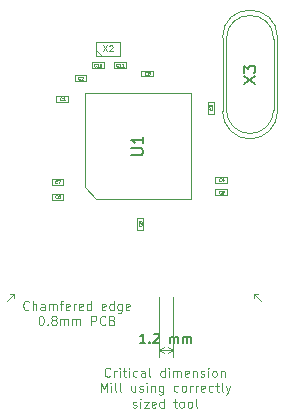
<source format=gbr>
%TF.GenerationSoftware,KiCad,Pcbnew,8.0.8*%
%TF.CreationDate,2025-02-15T11:44:30-05:00*%
%TF.ProjectId,caravel-M.2-card-QFN,63617261-7665-46c2-9d4d-2e322d636172,1*%
%TF.SameCoordinates,Original*%
%TF.FileFunction,AssemblyDrawing,Top*%
%FSLAX46Y46*%
G04 Gerber Fmt 4.6, Leading zero omitted, Abs format (unit mm)*
G04 Created by KiCad (PCBNEW 8.0.8) date 2025-02-15 11:44:30*
%MOMM*%
%LPD*%
G01*
G04 APERTURE LIST*
%ADD10C,0.040000*%
%ADD11C,0.150000*%
%ADD12C,0.076200*%
%ADD13C,0.075000*%
%ADD14C,0.100000*%
%ADD15C,0.101600*%
%ADD16C,0.050000*%
G04 APERTURE END LIST*
D10*
X74497062Y-24142814D02*
X74485158Y-24154719D01*
X74485158Y-24154719D02*
X74449443Y-24166623D01*
X74449443Y-24166623D02*
X74425634Y-24166623D01*
X74425634Y-24166623D02*
X74389920Y-24154719D01*
X74389920Y-24154719D02*
X74366110Y-24130909D01*
X74366110Y-24130909D02*
X74354205Y-24107099D01*
X74354205Y-24107099D02*
X74342301Y-24059480D01*
X74342301Y-24059480D02*
X74342301Y-24023766D01*
X74342301Y-24023766D02*
X74354205Y-23976147D01*
X74354205Y-23976147D02*
X74366110Y-23952338D01*
X74366110Y-23952338D02*
X74389920Y-23928528D01*
X74389920Y-23928528D02*
X74425634Y-23916623D01*
X74425634Y-23916623D02*
X74449443Y-23916623D01*
X74449443Y-23916623D02*
X74485158Y-23928528D01*
X74485158Y-23928528D02*
X74497062Y-23940433D01*
X74639920Y-24023766D02*
X74616110Y-24011861D01*
X74616110Y-24011861D02*
X74604205Y-23999957D01*
X74604205Y-23999957D02*
X74592301Y-23976147D01*
X74592301Y-23976147D02*
X74592301Y-23964242D01*
X74592301Y-23964242D02*
X74604205Y-23940433D01*
X74604205Y-23940433D02*
X74616110Y-23928528D01*
X74616110Y-23928528D02*
X74639920Y-23916623D01*
X74639920Y-23916623D02*
X74687539Y-23916623D01*
X74687539Y-23916623D02*
X74711348Y-23928528D01*
X74711348Y-23928528D02*
X74723253Y-23940433D01*
X74723253Y-23940433D02*
X74735158Y-23964242D01*
X74735158Y-23964242D02*
X74735158Y-23976147D01*
X74735158Y-23976147D02*
X74723253Y-23999957D01*
X74723253Y-23999957D02*
X74711348Y-24011861D01*
X74711348Y-24011861D02*
X74687539Y-24023766D01*
X74687539Y-24023766D02*
X74639920Y-24023766D01*
X74639920Y-24023766D02*
X74616110Y-24035671D01*
X74616110Y-24035671D02*
X74604205Y-24047576D01*
X74604205Y-24047576D02*
X74592301Y-24071385D01*
X74592301Y-24071385D02*
X74592301Y-24119004D01*
X74592301Y-24119004D02*
X74604205Y-24142814D01*
X74604205Y-24142814D02*
X74616110Y-24154719D01*
X74616110Y-24154719D02*
X74639920Y-24166623D01*
X74639920Y-24166623D02*
X74687539Y-24166623D01*
X74687539Y-24166623D02*
X74711348Y-24154719D01*
X74711348Y-24154719D02*
X74723253Y-24142814D01*
X74723253Y-24142814D02*
X74735158Y-24119004D01*
X74735158Y-24119004D02*
X74735158Y-24071385D01*
X74735158Y-24071385D02*
X74723253Y-24047576D01*
X74723253Y-24047576D02*
X74711348Y-24035671D01*
X74711348Y-24035671D02*
X74687539Y-24023766D01*
X80767062Y-34202814D02*
X80755158Y-34214719D01*
X80755158Y-34214719D02*
X80719443Y-34226623D01*
X80719443Y-34226623D02*
X80695634Y-34226623D01*
X80695634Y-34226623D02*
X80659920Y-34214719D01*
X80659920Y-34214719D02*
X80636110Y-34190909D01*
X80636110Y-34190909D02*
X80624205Y-34167099D01*
X80624205Y-34167099D02*
X80612301Y-34119480D01*
X80612301Y-34119480D02*
X80612301Y-34083766D01*
X80612301Y-34083766D02*
X80624205Y-34036147D01*
X80624205Y-34036147D02*
X80636110Y-34012338D01*
X80636110Y-34012338D02*
X80659920Y-33988528D01*
X80659920Y-33988528D02*
X80695634Y-33976623D01*
X80695634Y-33976623D02*
X80719443Y-33976623D01*
X80719443Y-33976623D02*
X80755158Y-33988528D01*
X80755158Y-33988528D02*
X80767062Y-34000433D01*
X80886110Y-34226623D02*
X80933729Y-34226623D01*
X80933729Y-34226623D02*
X80957539Y-34214719D01*
X80957539Y-34214719D02*
X80969443Y-34202814D01*
X80969443Y-34202814D02*
X80993253Y-34167099D01*
X80993253Y-34167099D02*
X81005158Y-34119480D01*
X81005158Y-34119480D02*
X81005158Y-34024242D01*
X81005158Y-34024242D02*
X80993253Y-34000433D01*
X80993253Y-34000433D02*
X80981348Y-33988528D01*
X80981348Y-33988528D02*
X80957539Y-33976623D01*
X80957539Y-33976623D02*
X80909920Y-33976623D01*
X80909920Y-33976623D02*
X80886110Y-33988528D01*
X80886110Y-33988528D02*
X80874205Y-34000433D01*
X80874205Y-34000433D02*
X80862301Y-34024242D01*
X80862301Y-34024242D02*
X80862301Y-34083766D01*
X80862301Y-34083766D02*
X80874205Y-34107576D01*
X80874205Y-34107576D02*
X80886110Y-34119480D01*
X80886110Y-34119480D02*
X80909920Y-34131385D01*
X80909920Y-34131385D02*
X80957539Y-34131385D01*
X80957539Y-34131385D02*
X80981348Y-34119480D01*
X80981348Y-34119480D02*
X80993253Y-34107576D01*
X80993253Y-34107576D02*
X81005158Y-34083766D01*
X66907062Y-34572814D02*
X66895158Y-34584719D01*
X66895158Y-34584719D02*
X66859443Y-34596623D01*
X66859443Y-34596623D02*
X66835634Y-34596623D01*
X66835634Y-34596623D02*
X66799920Y-34584719D01*
X66799920Y-34584719D02*
X66776110Y-34560909D01*
X66776110Y-34560909D02*
X66764205Y-34537099D01*
X66764205Y-34537099D02*
X66752301Y-34489480D01*
X66752301Y-34489480D02*
X66752301Y-34453766D01*
X66752301Y-34453766D02*
X66764205Y-34406147D01*
X66764205Y-34406147D02*
X66776110Y-34382338D01*
X66776110Y-34382338D02*
X66799920Y-34358528D01*
X66799920Y-34358528D02*
X66835634Y-34346623D01*
X66835634Y-34346623D02*
X66859443Y-34346623D01*
X66859443Y-34346623D02*
X66895158Y-34358528D01*
X66895158Y-34358528D02*
X66907062Y-34370433D01*
X67121348Y-34346623D02*
X67073729Y-34346623D01*
X67073729Y-34346623D02*
X67049920Y-34358528D01*
X67049920Y-34358528D02*
X67038015Y-34370433D01*
X67038015Y-34370433D02*
X67014205Y-34406147D01*
X67014205Y-34406147D02*
X67002301Y-34453766D01*
X67002301Y-34453766D02*
X67002301Y-34549004D01*
X67002301Y-34549004D02*
X67014205Y-34572814D01*
X67014205Y-34572814D02*
X67026110Y-34584719D01*
X67026110Y-34584719D02*
X67049920Y-34596623D01*
X67049920Y-34596623D02*
X67097539Y-34596623D01*
X67097539Y-34596623D02*
X67121348Y-34584719D01*
X67121348Y-34584719D02*
X67133253Y-34572814D01*
X67133253Y-34572814D02*
X67145158Y-34549004D01*
X67145158Y-34549004D02*
X67145158Y-34489480D01*
X67145158Y-34489480D02*
X67133253Y-34465671D01*
X67133253Y-34465671D02*
X67121348Y-34453766D01*
X67121348Y-34453766D02*
X67097539Y-34441861D01*
X67097539Y-34441861D02*
X67049920Y-34441861D01*
X67049920Y-34441861D02*
X67026110Y-34453766D01*
X67026110Y-34453766D02*
X67014205Y-34465671D01*
X67014205Y-34465671D02*
X67002301Y-34489480D01*
X67297062Y-26312814D02*
X67285158Y-26324719D01*
X67285158Y-26324719D02*
X67249443Y-26336623D01*
X67249443Y-26336623D02*
X67225634Y-26336623D01*
X67225634Y-26336623D02*
X67189920Y-26324719D01*
X67189920Y-26324719D02*
X67166110Y-26300909D01*
X67166110Y-26300909D02*
X67154205Y-26277099D01*
X67154205Y-26277099D02*
X67142301Y-26229480D01*
X67142301Y-26229480D02*
X67142301Y-26193766D01*
X67142301Y-26193766D02*
X67154205Y-26146147D01*
X67154205Y-26146147D02*
X67166110Y-26122338D01*
X67166110Y-26122338D02*
X67189920Y-26098528D01*
X67189920Y-26098528D02*
X67225634Y-26086623D01*
X67225634Y-26086623D02*
X67249443Y-26086623D01*
X67249443Y-26086623D02*
X67285158Y-26098528D01*
X67285158Y-26098528D02*
X67297062Y-26110433D01*
X67535158Y-26336623D02*
X67392301Y-26336623D01*
X67463729Y-26336623D02*
X67463729Y-26086623D01*
X67463729Y-26086623D02*
X67439920Y-26122338D01*
X67439920Y-26122338D02*
X67416110Y-26146147D01*
X67416110Y-26146147D02*
X67392301Y-26158052D01*
X68853462Y-24542814D02*
X68841558Y-24554719D01*
X68841558Y-24554719D02*
X68805843Y-24566623D01*
X68805843Y-24566623D02*
X68782034Y-24566623D01*
X68782034Y-24566623D02*
X68746320Y-24554719D01*
X68746320Y-24554719D02*
X68722510Y-24530909D01*
X68722510Y-24530909D02*
X68710605Y-24507099D01*
X68710605Y-24507099D02*
X68698701Y-24459480D01*
X68698701Y-24459480D02*
X68698701Y-24423766D01*
X68698701Y-24423766D02*
X68710605Y-24376147D01*
X68710605Y-24376147D02*
X68722510Y-24352338D01*
X68722510Y-24352338D02*
X68746320Y-24328528D01*
X68746320Y-24328528D02*
X68782034Y-24316623D01*
X68782034Y-24316623D02*
X68805843Y-24316623D01*
X68805843Y-24316623D02*
X68841558Y-24328528D01*
X68841558Y-24328528D02*
X68853462Y-24340433D01*
X68948701Y-24340433D02*
X68960605Y-24328528D01*
X68960605Y-24328528D02*
X68984415Y-24316623D01*
X68984415Y-24316623D02*
X69043939Y-24316623D01*
X69043939Y-24316623D02*
X69067748Y-24328528D01*
X69067748Y-24328528D02*
X69079653Y-24340433D01*
X69079653Y-24340433D02*
X69091558Y-24364242D01*
X69091558Y-24364242D02*
X69091558Y-24388052D01*
X69091558Y-24388052D02*
X69079653Y-24423766D01*
X69079653Y-24423766D02*
X68936796Y-24566623D01*
X68936796Y-24566623D02*
X69091558Y-24566623D01*
X72078014Y-23442814D02*
X72066110Y-23454719D01*
X72066110Y-23454719D02*
X72030395Y-23466623D01*
X72030395Y-23466623D02*
X72006586Y-23466623D01*
X72006586Y-23466623D02*
X71970872Y-23454719D01*
X71970872Y-23454719D02*
X71947062Y-23430909D01*
X71947062Y-23430909D02*
X71935157Y-23407099D01*
X71935157Y-23407099D02*
X71923253Y-23359480D01*
X71923253Y-23359480D02*
X71923253Y-23323766D01*
X71923253Y-23323766D02*
X71935157Y-23276147D01*
X71935157Y-23276147D02*
X71947062Y-23252338D01*
X71947062Y-23252338D02*
X71970872Y-23228528D01*
X71970872Y-23228528D02*
X72006586Y-23216623D01*
X72006586Y-23216623D02*
X72030395Y-23216623D01*
X72030395Y-23216623D02*
X72066110Y-23228528D01*
X72066110Y-23228528D02*
X72078014Y-23240433D01*
X72316110Y-23466623D02*
X72173253Y-23466623D01*
X72244681Y-23466623D02*
X72244681Y-23216623D01*
X72244681Y-23216623D02*
X72220872Y-23252338D01*
X72220872Y-23252338D02*
X72197062Y-23276147D01*
X72197062Y-23276147D02*
X72173253Y-23288052D01*
X72554205Y-23466623D02*
X72411348Y-23466623D01*
X72482776Y-23466623D02*
X72482776Y-23216623D01*
X72482776Y-23216623D02*
X72458967Y-23252338D01*
X72458967Y-23252338D02*
X72435157Y-23276147D01*
X72435157Y-23276147D02*
X72411348Y-23288052D01*
X66907062Y-33322814D02*
X66895158Y-33334719D01*
X66895158Y-33334719D02*
X66859443Y-33346623D01*
X66859443Y-33346623D02*
X66835634Y-33346623D01*
X66835634Y-33346623D02*
X66799920Y-33334719D01*
X66799920Y-33334719D02*
X66776110Y-33310909D01*
X66776110Y-33310909D02*
X66764205Y-33287099D01*
X66764205Y-33287099D02*
X66752301Y-33239480D01*
X66752301Y-33239480D02*
X66752301Y-33203766D01*
X66752301Y-33203766D02*
X66764205Y-33156147D01*
X66764205Y-33156147D02*
X66776110Y-33132338D01*
X66776110Y-33132338D02*
X66799920Y-33108528D01*
X66799920Y-33108528D02*
X66835634Y-33096623D01*
X66835634Y-33096623D02*
X66859443Y-33096623D01*
X66859443Y-33096623D02*
X66895158Y-33108528D01*
X66895158Y-33108528D02*
X66907062Y-33120433D01*
X66990396Y-33096623D02*
X67157062Y-33096623D01*
X67157062Y-33096623D02*
X67049920Y-33346623D01*
X80028494Y-26994715D02*
X80040399Y-27006619D01*
X80040399Y-27006619D02*
X80052303Y-27042334D01*
X80052303Y-27042334D02*
X80052303Y-27066143D01*
X80052303Y-27066143D02*
X80040399Y-27101857D01*
X80040399Y-27101857D02*
X80016589Y-27125667D01*
X80016589Y-27125667D02*
X79992779Y-27137572D01*
X79992779Y-27137572D02*
X79945160Y-27149476D01*
X79945160Y-27149476D02*
X79909446Y-27149476D01*
X79909446Y-27149476D02*
X79861827Y-27137572D01*
X79861827Y-27137572D02*
X79838018Y-27125667D01*
X79838018Y-27125667D02*
X79814208Y-27101857D01*
X79814208Y-27101857D02*
X79802303Y-27066143D01*
X79802303Y-27066143D02*
X79802303Y-27042334D01*
X79802303Y-27042334D02*
X79814208Y-27006619D01*
X79814208Y-27006619D02*
X79826113Y-26994715D01*
X79802303Y-26911381D02*
X79802303Y-26756619D01*
X79802303Y-26756619D02*
X79897541Y-26839953D01*
X79897541Y-26839953D02*
X79897541Y-26804238D01*
X79897541Y-26804238D02*
X79909446Y-26780429D01*
X79909446Y-26780429D02*
X79921351Y-26768524D01*
X79921351Y-26768524D02*
X79945160Y-26756619D01*
X79945160Y-26756619D02*
X80004684Y-26756619D01*
X80004684Y-26756619D02*
X80028494Y-26768524D01*
X80028494Y-26768524D02*
X80040399Y-26780429D01*
X80040399Y-26780429D02*
X80052303Y-26804238D01*
X80052303Y-26804238D02*
X80052303Y-26875667D01*
X80052303Y-26875667D02*
X80040399Y-26899476D01*
X80040399Y-26899476D02*
X80028494Y-26911381D01*
D11*
X73183548Y-30964953D02*
X73993071Y-30964953D01*
X73993071Y-30964953D02*
X74088309Y-30917334D01*
X74088309Y-30917334D02*
X74135929Y-30869715D01*
X74135929Y-30869715D02*
X74183548Y-30774477D01*
X74183548Y-30774477D02*
X74183548Y-30584001D01*
X74183548Y-30584001D02*
X74135929Y-30488763D01*
X74135929Y-30488763D02*
X74088309Y-30441144D01*
X74088309Y-30441144D02*
X73993071Y-30393525D01*
X73993071Y-30393525D02*
X73183548Y-30393525D01*
X74183548Y-29393525D02*
X74183548Y-29964953D01*
X74183548Y-29679239D02*
X73183548Y-29679239D01*
X73183548Y-29679239D02*
X73326405Y-29774477D01*
X73326405Y-29774477D02*
X73421643Y-29869715D01*
X73421643Y-29869715D02*
X73469262Y-29964953D01*
D10*
X74048494Y-36804715D02*
X74060399Y-36816619D01*
X74060399Y-36816619D02*
X74072303Y-36852334D01*
X74072303Y-36852334D02*
X74072303Y-36876143D01*
X74072303Y-36876143D02*
X74060399Y-36911857D01*
X74060399Y-36911857D02*
X74036589Y-36935667D01*
X74036589Y-36935667D02*
X74012779Y-36947572D01*
X74012779Y-36947572D02*
X73965160Y-36959476D01*
X73965160Y-36959476D02*
X73929446Y-36959476D01*
X73929446Y-36959476D02*
X73881827Y-36947572D01*
X73881827Y-36947572D02*
X73858018Y-36935667D01*
X73858018Y-36935667D02*
X73834208Y-36911857D01*
X73834208Y-36911857D02*
X73822303Y-36876143D01*
X73822303Y-36876143D02*
X73822303Y-36852334D01*
X73822303Y-36852334D02*
X73834208Y-36816619D01*
X73834208Y-36816619D02*
X73846113Y-36804715D01*
X73822303Y-36578524D02*
X73822303Y-36697572D01*
X73822303Y-36697572D02*
X73941351Y-36709476D01*
X73941351Y-36709476D02*
X73929446Y-36697572D01*
X73929446Y-36697572D02*
X73917541Y-36673762D01*
X73917541Y-36673762D02*
X73917541Y-36614238D01*
X73917541Y-36614238D02*
X73929446Y-36590429D01*
X73929446Y-36590429D02*
X73941351Y-36578524D01*
X73941351Y-36578524D02*
X73965160Y-36566619D01*
X73965160Y-36566619D02*
X74024684Y-36566619D01*
X74024684Y-36566619D02*
X74048494Y-36578524D01*
X74048494Y-36578524D02*
X74060399Y-36590429D01*
X74060399Y-36590429D02*
X74072303Y-36614238D01*
X74072303Y-36614238D02*
X74072303Y-36673762D01*
X74072303Y-36673762D02*
X74060399Y-36697572D01*
X74060399Y-36697572D02*
X74048494Y-36709476D01*
D12*
X64504142Y-44005981D02*
X64467856Y-44042267D01*
X64467856Y-44042267D02*
X64358999Y-44078552D01*
X64358999Y-44078552D02*
X64286427Y-44078552D01*
X64286427Y-44078552D02*
X64177570Y-44042267D01*
X64177570Y-44042267D02*
X64104999Y-43969695D01*
X64104999Y-43969695D02*
X64068713Y-43897124D01*
X64068713Y-43897124D02*
X64032427Y-43751981D01*
X64032427Y-43751981D02*
X64032427Y-43643124D01*
X64032427Y-43643124D02*
X64068713Y-43497981D01*
X64068713Y-43497981D02*
X64104999Y-43425409D01*
X64104999Y-43425409D02*
X64177570Y-43352838D01*
X64177570Y-43352838D02*
X64286427Y-43316552D01*
X64286427Y-43316552D02*
X64358999Y-43316552D01*
X64358999Y-43316552D02*
X64467856Y-43352838D01*
X64467856Y-43352838D02*
X64504142Y-43389124D01*
X64830713Y-44078552D02*
X64830713Y-43316552D01*
X65157285Y-44078552D02*
X65157285Y-43679409D01*
X65157285Y-43679409D02*
X65120999Y-43606838D01*
X65120999Y-43606838D02*
X65048427Y-43570552D01*
X65048427Y-43570552D02*
X64939570Y-43570552D01*
X64939570Y-43570552D02*
X64866999Y-43606838D01*
X64866999Y-43606838D02*
X64830713Y-43643124D01*
X65846714Y-44078552D02*
X65846714Y-43679409D01*
X65846714Y-43679409D02*
X65810428Y-43606838D01*
X65810428Y-43606838D02*
X65737856Y-43570552D01*
X65737856Y-43570552D02*
X65592714Y-43570552D01*
X65592714Y-43570552D02*
X65520142Y-43606838D01*
X65846714Y-44042267D02*
X65774142Y-44078552D01*
X65774142Y-44078552D02*
X65592714Y-44078552D01*
X65592714Y-44078552D02*
X65520142Y-44042267D01*
X65520142Y-44042267D02*
X65483856Y-43969695D01*
X65483856Y-43969695D02*
X65483856Y-43897124D01*
X65483856Y-43897124D02*
X65520142Y-43824552D01*
X65520142Y-43824552D02*
X65592714Y-43788267D01*
X65592714Y-43788267D02*
X65774142Y-43788267D01*
X65774142Y-43788267D02*
X65846714Y-43751981D01*
X66209571Y-44078552D02*
X66209571Y-43570552D01*
X66209571Y-43643124D02*
X66245857Y-43606838D01*
X66245857Y-43606838D02*
X66318428Y-43570552D01*
X66318428Y-43570552D02*
X66427285Y-43570552D01*
X66427285Y-43570552D02*
X66499857Y-43606838D01*
X66499857Y-43606838D02*
X66536143Y-43679409D01*
X66536143Y-43679409D02*
X66536143Y-44078552D01*
X66536143Y-43679409D02*
X66572428Y-43606838D01*
X66572428Y-43606838D02*
X66645000Y-43570552D01*
X66645000Y-43570552D02*
X66753857Y-43570552D01*
X66753857Y-43570552D02*
X66826428Y-43606838D01*
X66826428Y-43606838D02*
X66862714Y-43679409D01*
X66862714Y-43679409D02*
X66862714Y-44078552D01*
X67116714Y-43570552D02*
X67407000Y-43570552D01*
X67225571Y-44078552D02*
X67225571Y-43425409D01*
X67225571Y-43425409D02*
X67261857Y-43352838D01*
X67261857Y-43352838D02*
X67334428Y-43316552D01*
X67334428Y-43316552D02*
X67407000Y-43316552D01*
X67951286Y-44042267D02*
X67878714Y-44078552D01*
X67878714Y-44078552D02*
X67733572Y-44078552D01*
X67733572Y-44078552D02*
X67661000Y-44042267D01*
X67661000Y-44042267D02*
X67624714Y-43969695D01*
X67624714Y-43969695D02*
X67624714Y-43679409D01*
X67624714Y-43679409D02*
X67661000Y-43606838D01*
X67661000Y-43606838D02*
X67733572Y-43570552D01*
X67733572Y-43570552D02*
X67878714Y-43570552D01*
X67878714Y-43570552D02*
X67951286Y-43606838D01*
X67951286Y-43606838D02*
X67987572Y-43679409D01*
X67987572Y-43679409D02*
X67987572Y-43751981D01*
X67987572Y-43751981D02*
X67624714Y-43824552D01*
X68314143Y-44078552D02*
X68314143Y-43570552D01*
X68314143Y-43715695D02*
X68350429Y-43643124D01*
X68350429Y-43643124D02*
X68386715Y-43606838D01*
X68386715Y-43606838D02*
X68459286Y-43570552D01*
X68459286Y-43570552D02*
X68531857Y-43570552D01*
X69076143Y-44042267D02*
X69003571Y-44078552D01*
X69003571Y-44078552D02*
X68858429Y-44078552D01*
X68858429Y-44078552D02*
X68785857Y-44042267D01*
X68785857Y-44042267D02*
X68749571Y-43969695D01*
X68749571Y-43969695D02*
X68749571Y-43679409D01*
X68749571Y-43679409D02*
X68785857Y-43606838D01*
X68785857Y-43606838D02*
X68858429Y-43570552D01*
X68858429Y-43570552D02*
X69003571Y-43570552D01*
X69003571Y-43570552D02*
X69076143Y-43606838D01*
X69076143Y-43606838D02*
X69112429Y-43679409D01*
X69112429Y-43679409D02*
X69112429Y-43751981D01*
X69112429Y-43751981D02*
X68749571Y-43824552D01*
X69765572Y-44078552D02*
X69765572Y-43316552D01*
X69765572Y-44042267D02*
X69693000Y-44078552D01*
X69693000Y-44078552D02*
X69547857Y-44078552D01*
X69547857Y-44078552D02*
X69475286Y-44042267D01*
X69475286Y-44042267D02*
X69439000Y-44005981D01*
X69439000Y-44005981D02*
X69402714Y-43933409D01*
X69402714Y-43933409D02*
X69402714Y-43715695D01*
X69402714Y-43715695D02*
X69439000Y-43643124D01*
X69439000Y-43643124D02*
X69475286Y-43606838D01*
X69475286Y-43606838D02*
X69547857Y-43570552D01*
X69547857Y-43570552D02*
X69693000Y-43570552D01*
X69693000Y-43570552D02*
X69765572Y-43606838D01*
X70999286Y-44042267D02*
X70926714Y-44078552D01*
X70926714Y-44078552D02*
X70781572Y-44078552D01*
X70781572Y-44078552D02*
X70709000Y-44042267D01*
X70709000Y-44042267D02*
X70672714Y-43969695D01*
X70672714Y-43969695D02*
X70672714Y-43679409D01*
X70672714Y-43679409D02*
X70709000Y-43606838D01*
X70709000Y-43606838D02*
X70781572Y-43570552D01*
X70781572Y-43570552D02*
X70926714Y-43570552D01*
X70926714Y-43570552D02*
X70999286Y-43606838D01*
X70999286Y-43606838D02*
X71035572Y-43679409D01*
X71035572Y-43679409D02*
X71035572Y-43751981D01*
X71035572Y-43751981D02*
X70672714Y-43824552D01*
X71688715Y-44078552D02*
X71688715Y-43316552D01*
X71688715Y-44042267D02*
X71616143Y-44078552D01*
X71616143Y-44078552D02*
X71471000Y-44078552D01*
X71471000Y-44078552D02*
X71398429Y-44042267D01*
X71398429Y-44042267D02*
X71362143Y-44005981D01*
X71362143Y-44005981D02*
X71325857Y-43933409D01*
X71325857Y-43933409D02*
X71325857Y-43715695D01*
X71325857Y-43715695D02*
X71362143Y-43643124D01*
X71362143Y-43643124D02*
X71398429Y-43606838D01*
X71398429Y-43606838D02*
X71471000Y-43570552D01*
X71471000Y-43570552D02*
X71616143Y-43570552D01*
X71616143Y-43570552D02*
X71688715Y-43606838D01*
X72378144Y-43570552D02*
X72378144Y-44187409D01*
X72378144Y-44187409D02*
X72341858Y-44259981D01*
X72341858Y-44259981D02*
X72305572Y-44296267D01*
X72305572Y-44296267D02*
X72233001Y-44332552D01*
X72233001Y-44332552D02*
X72124144Y-44332552D01*
X72124144Y-44332552D02*
X72051572Y-44296267D01*
X72378144Y-44042267D02*
X72305572Y-44078552D01*
X72305572Y-44078552D02*
X72160429Y-44078552D01*
X72160429Y-44078552D02*
X72087858Y-44042267D01*
X72087858Y-44042267D02*
X72051572Y-44005981D01*
X72051572Y-44005981D02*
X72015286Y-43933409D01*
X72015286Y-43933409D02*
X72015286Y-43715695D01*
X72015286Y-43715695D02*
X72051572Y-43643124D01*
X72051572Y-43643124D02*
X72087858Y-43606838D01*
X72087858Y-43606838D02*
X72160429Y-43570552D01*
X72160429Y-43570552D02*
X72305572Y-43570552D01*
X72305572Y-43570552D02*
X72378144Y-43606838D01*
X73031287Y-44042267D02*
X72958715Y-44078552D01*
X72958715Y-44078552D02*
X72813573Y-44078552D01*
X72813573Y-44078552D02*
X72741001Y-44042267D01*
X72741001Y-44042267D02*
X72704715Y-43969695D01*
X72704715Y-43969695D02*
X72704715Y-43679409D01*
X72704715Y-43679409D02*
X72741001Y-43606838D01*
X72741001Y-43606838D02*
X72813573Y-43570552D01*
X72813573Y-43570552D02*
X72958715Y-43570552D01*
X72958715Y-43570552D02*
X73031287Y-43606838D01*
X73031287Y-43606838D02*
X73067573Y-43679409D01*
X73067573Y-43679409D02*
X73067573Y-43751981D01*
X73067573Y-43751981D02*
X72704715Y-43824552D01*
X73308310Y-52303927D02*
X73380882Y-52340212D01*
X73380882Y-52340212D02*
X73526025Y-52340212D01*
X73526025Y-52340212D02*
X73598596Y-52303927D01*
X73598596Y-52303927D02*
X73634882Y-52231355D01*
X73634882Y-52231355D02*
X73634882Y-52195069D01*
X73634882Y-52195069D02*
X73598596Y-52122498D01*
X73598596Y-52122498D02*
X73526025Y-52086212D01*
X73526025Y-52086212D02*
X73417168Y-52086212D01*
X73417168Y-52086212D02*
X73344596Y-52049927D01*
X73344596Y-52049927D02*
X73308310Y-51977355D01*
X73308310Y-51977355D02*
X73308310Y-51941069D01*
X73308310Y-51941069D02*
X73344596Y-51868498D01*
X73344596Y-51868498D02*
X73417168Y-51832212D01*
X73417168Y-51832212D02*
X73526025Y-51832212D01*
X73526025Y-51832212D02*
X73598596Y-51868498D01*
X73961453Y-52340212D02*
X73961453Y-51832212D01*
X73961453Y-51578212D02*
X73925167Y-51614498D01*
X73925167Y-51614498D02*
X73961453Y-51650784D01*
X73961453Y-51650784D02*
X73997739Y-51614498D01*
X73997739Y-51614498D02*
X73961453Y-51578212D01*
X73961453Y-51578212D02*
X73961453Y-51650784D01*
X74251739Y-51832212D02*
X74650882Y-51832212D01*
X74650882Y-51832212D02*
X74251739Y-52340212D01*
X74251739Y-52340212D02*
X74650882Y-52340212D01*
X75231453Y-52303927D02*
X75158881Y-52340212D01*
X75158881Y-52340212D02*
X75013739Y-52340212D01*
X75013739Y-52340212D02*
X74941167Y-52303927D01*
X74941167Y-52303927D02*
X74904881Y-52231355D01*
X74904881Y-52231355D02*
X74904881Y-51941069D01*
X74904881Y-51941069D02*
X74941167Y-51868498D01*
X74941167Y-51868498D02*
X75013739Y-51832212D01*
X75013739Y-51832212D02*
X75158881Y-51832212D01*
X75158881Y-51832212D02*
X75231453Y-51868498D01*
X75231453Y-51868498D02*
X75267739Y-51941069D01*
X75267739Y-51941069D02*
X75267739Y-52013641D01*
X75267739Y-52013641D02*
X74904881Y-52086212D01*
X75920882Y-52340212D02*
X75920882Y-51578212D01*
X75920882Y-52303927D02*
X75848310Y-52340212D01*
X75848310Y-52340212D02*
X75703167Y-52340212D01*
X75703167Y-52340212D02*
X75630596Y-52303927D01*
X75630596Y-52303927D02*
X75594310Y-52267641D01*
X75594310Y-52267641D02*
X75558024Y-52195069D01*
X75558024Y-52195069D02*
X75558024Y-51977355D01*
X75558024Y-51977355D02*
X75594310Y-51904784D01*
X75594310Y-51904784D02*
X75630596Y-51868498D01*
X75630596Y-51868498D02*
X75703167Y-51832212D01*
X75703167Y-51832212D02*
X75848310Y-51832212D01*
X75848310Y-51832212D02*
X75920882Y-51868498D01*
X76755453Y-51832212D02*
X77045739Y-51832212D01*
X76864310Y-51578212D02*
X76864310Y-52231355D01*
X76864310Y-52231355D02*
X76900596Y-52303927D01*
X76900596Y-52303927D02*
X76973167Y-52340212D01*
X76973167Y-52340212D02*
X77045739Y-52340212D01*
X77408596Y-52340212D02*
X77336025Y-52303927D01*
X77336025Y-52303927D02*
X77299739Y-52267641D01*
X77299739Y-52267641D02*
X77263453Y-52195069D01*
X77263453Y-52195069D02*
X77263453Y-51977355D01*
X77263453Y-51977355D02*
X77299739Y-51904784D01*
X77299739Y-51904784D02*
X77336025Y-51868498D01*
X77336025Y-51868498D02*
X77408596Y-51832212D01*
X77408596Y-51832212D02*
X77517453Y-51832212D01*
X77517453Y-51832212D02*
X77590025Y-51868498D01*
X77590025Y-51868498D02*
X77626311Y-51904784D01*
X77626311Y-51904784D02*
X77662596Y-51977355D01*
X77662596Y-51977355D02*
X77662596Y-52195069D01*
X77662596Y-52195069D02*
X77626311Y-52267641D01*
X77626311Y-52267641D02*
X77590025Y-52303927D01*
X77590025Y-52303927D02*
X77517453Y-52340212D01*
X77517453Y-52340212D02*
X77408596Y-52340212D01*
X78098025Y-52340212D02*
X78025454Y-52303927D01*
X78025454Y-52303927D02*
X77989168Y-52267641D01*
X77989168Y-52267641D02*
X77952882Y-52195069D01*
X77952882Y-52195069D02*
X77952882Y-51977355D01*
X77952882Y-51977355D02*
X77989168Y-51904784D01*
X77989168Y-51904784D02*
X78025454Y-51868498D01*
X78025454Y-51868498D02*
X78098025Y-51832212D01*
X78098025Y-51832212D02*
X78206882Y-51832212D01*
X78206882Y-51832212D02*
X78279454Y-51868498D01*
X78279454Y-51868498D02*
X78315740Y-51904784D01*
X78315740Y-51904784D02*
X78352025Y-51977355D01*
X78352025Y-51977355D02*
X78352025Y-52195069D01*
X78352025Y-52195069D02*
X78315740Y-52267641D01*
X78315740Y-52267641D02*
X78279454Y-52303927D01*
X78279454Y-52303927D02*
X78206882Y-52340212D01*
X78206882Y-52340212D02*
X78098025Y-52340212D01*
X78787454Y-52340212D02*
X78714883Y-52303927D01*
X78714883Y-52303927D02*
X78678597Y-52231355D01*
X78678597Y-52231355D02*
X78678597Y-51578212D01*
X70587142Y-50990212D02*
X70587142Y-50228212D01*
X70587142Y-50228212D02*
X70841142Y-50772498D01*
X70841142Y-50772498D02*
X71095142Y-50228212D01*
X71095142Y-50228212D02*
X71095142Y-50990212D01*
X71457999Y-50990212D02*
X71457999Y-50482212D01*
X71457999Y-50228212D02*
X71421713Y-50264498D01*
X71421713Y-50264498D02*
X71457999Y-50300784D01*
X71457999Y-50300784D02*
X71494285Y-50264498D01*
X71494285Y-50264498D02*
X71457999Y-50228212D01*
X71457999Y-50228212D02*
X71457999Y-50300784D01*
X71929713Y-50990212D02*
X71857142Y-50953927D01*
X71857142Y-50953927D02*
X71820856Y-50881355D01*
X71820856Y-50881355D02*
X71820856Y-50228212D01*
X72328856Y-50990212D02*
X72256285Y-50953927D01*
X72256285Y-50953927D02*
X72219999Y-50881355D01*
X72219999Y-50881355D02*
X72219999Y-50228212D01*
X73526285Y-50482212D02*
X73526285Y-50990212D01*
X73199713Y-50482212D02*
X73199713Y-50881355D01*
X73199713Y-50881355D02*
X73235999Y-50953927D01*
X73235999Y-50953927D02*
X73308570Y-50990212D01*
X73308570Y-50990212D02*
X73417427Y-50990212D01*
X73417427Y-50990212D02*
X73489999Y-50953927D01*
X73489999Y-50953927D02*
X73526285Y-50917641D01*
X73852856Y-50953927D02*
X73925428Y-50990212D01*
X73925428Y-50990212D02*
X74070571Y-50990212D01*
X74070571Y-50990212D02*
X74143142Y-50953927D01*
X74143142Y-50953927D02*
X74179428Y-50881355D01*
X74179428Y-50881355D02*
X74179428Y-50845069D01*
X74179428Y-50845069D02*
X74143142Y-50772498D01*
X74143142Y-50772498D02*
X74070571Y-50736212D01*
X74070571Y-50736212D02*
X73961714Y-50736212D01*
X73961714Y-50736212D02*
X73889142Y-50699927D01*
X73889142Y-50699927D02*
X73852856Y-50627355D01*
X73852856Y-50627355D02*
X73852856Y-50591069D01*
X73852856Y-50591069D02*
X73889142Y-50518498D01*
X73889142Y-50518498D02*
X73961714Y-50482212D01*
X73961714Y-50482212D02*
X74070571Y-50482212D01*
X74070571Y-50482212D02*
X74143142Y-50518498D01*
X74505999Y-50990212D02*
X74505999Y-50482212D01*
X74505999Y-50228212D02*
X74469713Y-50264498D01*
X74469713Y-50264498D02*
X74505999Y-50300784D01*
X74505999Y-50300784D02*
X74542285Y-50264498D01*
X74542285Y-50264498D02*
X74505999Y-50228212D01*
X74505999Y-50228212D02*
X74505999Y-50300784D01*
X74868856Y-50482212D02*
X74868856Y-50990212D01*
X74868856Y-50554784D02*
X74905142Y-50518498D01*
X74905142Y-50518498D02*
X74977713Y-50482212D01*
X74977713Y-50482212D02*
X75086570Y-50482212D01*
X75086570Y-50482212D02*
X75159142Y-50518498D01*
X75159142Y-50518498D02*
X75195428Y-50591069D01*
X75195428Y-50591069D02*
X75195428Y-50990212D01*
X75884857Y-50482212D02*
X75884857Y-51099069D01*
X75884857Y-51099069D02*
X75848571Y-51171641D01*
X75848571Y-51171641D02*
X75812285Y-51207927D01*
X75812285Y-51207927D02*
X75739714Y-51244212D01*
X75739714Y-51244212D02*
X75630857Y-51244212D01*
X75630857Y-51244212D02*
X75558285Y-51207927D01*
X75884857Y-50953927D02*
X75812285Y-50990212D01*
X75812285Y-50990212D02*
X75667142Y-50990212D01*
X75667142Y-50990212D02*
X75594571Y-50953927D01*
X75594571Y-50953927D02*
X75558285Y-50917641D01*
X75558285Y-50917641D02*
X75521999Y-50845069D01*
X75521999Y-50845069D02*
X75521999Y-50627355D01*
X75521999Y-50627355D02*
X75558285Y-50554784D01*
X75558285Y-50554784D02*
X75594571Y-50518498D01*
X75594571Y-50518498D02*
X75667142Y-50482212D01*
X75667142Y-50482212D02*
X75812285Y-50482212D01*
X75812285Y-50482212D02*
X75884857Y-50518498D01*
X77154857Y-50953927D02*
X77082285Y-50990212D01*
X77082285Y-50990212D02*
X76937142Y-50990212D01*
X76937142Y-50990212D02*
X76864571Y-50953927D01*
X76864571Y-50953927D02*
X76828285Y-50917641D01*
X76828285Y-50917641D02*
X76791999Y-50845069D01*
X76791999Y-50845069D02*
X76791999Y-50627355D01*
X76791999Y-50627355D02*
X76828285Y-50554784D01*
X76828285Y-50554784D02*
X76864571Y-50518498D01*
X76864571Y-50518498D02*
X76937142Y-50482212D01*
X76937142Y-50482212D02*
X77082285Y-50482212D01*
X77082285Y-50482212D02*
X77154857Y-50518498D01*
X77590285Y-50990212D02*
X77517714Y-50953927D01*
X77517714Y-50953927D02*
X77481428Y-50917641D01*
X77481428Y-50917641D02*
X77445142Y-50845069D01*
X77445142Y-50845069D02*
X77445142Y-50627355D01*
X77445142Y-50627355D02*
X77481428Y-50554784D01*
X77481428Y-50554784D02*
X77517714Y-50518498D01*
X77517714Y-50518498D02*
X77590285Y-50482212D01*
X77590285Y-50482212D02*
X77699142Y-50482212D01*
X77699142Y-50482212D02*
X77771714Y-50518498D01*
X77771714Y-50518498D02*
X77808000Y-50554784D01*
X77808000Y-50554784D02*
X77844285Y-50627355D01*
X77844285Y-50627355D02*
X77844285Y-50845069D01*
X77844285Y-50845069D02*
X77808000Y-50917641D01*
X77808000Y-50917641D02*
X77771714Y-50953927D01*
X77771714Y-50953927D02*
X77699142Y-50990212D01*
X77699142Y-50990212D02*
X77590285Y-50990212D01*
X78170857Y-50990212D02*
X78170857Y-50482212D01*
X78170857Y-50627355D02*
X78207143Y-50554784D01*
X78207143Y-50554784D02*
X78243429Y-50518498D01*
X78243429Y-50518498D02*
X78316000Y-50482212D01*
X78316000Y-50482212D02*
X78388571Y-50482212D01*
X78642571Y-50990212D02*
X78642571Y-50482212D01*
X78642571Y-50627355D02*
X78678857Y-50554784D01*
X78678857Y-50554784D02*
X78715143Y-50518498D01*
X78715143Y-50518498D02*
X78787714Y-50482212D01*
X78787714Y-50482212D02*
X78860285Y-50482212D01*
X79404571Y-50953927D02*
X79331999Y-50990212D01*
X79331999Y-50990212D02*
X79186857Y-50990212D01*
X79186857Y-50990212D02*
X79114285Y-50953927D01*
X79114285Y-50953927D02*
X79077999Y-50881355D01*
X79077999Y-50881355D02*
X79077999Y-50591069D01*
X79077999Y-50591069D02*
X79114285Y-50518498D01*
X79114285Y-50518498D02*
X79186857Y-50482212D01*
X79186857Y-50482212D02*
X79331999Y-50482212D01*
X79331999Y-50482212D02*
X79404571Y-50518498D01*
X79404571Y-50518498D02*
X79440857Y-50591069D01*
X79440857Y-50591069D02*
X79440857Y-50663641D01*
X79440857Y-50663641D02*
X79077999Y-50736212D01*
X80094000Y-50953927D02*
X80021428Y-50990212D01*
X80021428Y-50990212D02*
X79876285Y-50990212D01*
X79876285Y-50990212D02*
X79803714Y-50953927D01*
X79803714Y-50953927D02*
X79767428Y-50917641D01*
X79767428Y-50917641D02*
X79731142Y-50845069D01*
X79731142Y-50845069D02*
X79731142Y-50627355D01*
X79731142Y-50627355D02*
X79767428Y-50554784D01*
X79767428Y-50554784D02*
X79803714Y-50518498D01*
X79803714Y-50518498D02*
X79876285Y-50482212D01*
X79876285Y-50482212D02*
X80021428Y-50482212D01*
X80021428Y-50482212D02*
X80094000Y-50518498D01*
X80311714Y-50482212D02*
X80602000Y-50482212D01*
X80420571Y-50228212D02*
X80420571Y-50881355D01*
X80420571Y-50881355D02*
X80456857Y-50953927D01*
X80456857Y-50953927D02*
X80529428Y-50990212D01*
X80529428Y-50990212D02*
X80602000Y-50990212D01*
X80964857Y-50990212D02*
X80892286Y-50953927D01*
X80892286Y-50953927D02*
X80856000Y-50881355D01*
X80856000Y-50881355D02*
X80856000Y-50228212D01*
X81182572Y-50482212D02*
X81364000Y-50990212D01*
X81545429Y-50482212D02*
X81364000Y-50990212D01*
X81364000Y-50990212D02*
X81291429Y-51171641D01*
X81291429Y-51171641D02*
X81255143Y-51207927D01*
X81255143Y-51207927D02*
X81182572Y-51244212D01*
X71403571Y-49665981D02*
X71367285Y-49702267D01*
X71367285Y-49702267D02*
X71258428Y-49738552D01*
X71258428Y-49738552D02*
X71185856Y-49738552D01*
X71185856Y-49738552D02*
X71076999Y-49702267D01*
X71076999Y-49702267D02*
X71004428Y-49629695D01*
X71004428Y-49629695D02*
X70968142Y-49557124D01*
X70968142Y-49557124D02*
X70931856Y-49411981D01*
X70931856Y-49411981D02*
X70931856Y-49303124D01*
X70931856Y-49303124D02*
X70968142Y-49157981D01*
X70968142Y-49157981D02*
X71004428Y-49085409D01*
X71004428Y-49085409D02*
X71076999Y-49012838D01*
X71076999Y-49012838D02*
X71185856Y-48976552D01*
X71185856Y-48976552D02*
X71258428Y-48976552D01*
X71258428Y-48976552D02*
X71367285Y-49012838D01*
X71367285Y-49012838D02*
X71403571Y-49049124D01*
X71730142Y-49738552D02*
X71730142Y-49230552D01*
X71730142Y-49375695D02*
X71766428Y-49303124D01*
X71766428Y-49303124D02*
X71802714Y-49266838D01*
X71802714Y-49266838D02*
X71875285Y-49230552D01*
X71875285Y-49230552D02*
X71947856Y-49230552D01*
X72201856Y-49738552D02*
X72201856Y-49230552D01*
X72201856Y-48976552D02*
X72165570Y-49012838D01*
X72165570Y-49012838D02*
X72201856Y-49049124D01*
X72201856Y-49049124D02*
X72238142Y-49012838D01*
X72238142Y-49012838D02*
X72201856Y-48976552D01*
X72201856Y-48976552D02*
X72201856Y-49049124D01*
X72455856Y-49230552D02*
X72746142Y-49230552D01*
X72564713Y-48976552D02*
X72564713Y-49629695D01*
X72564713Y-49629695D02*
X72600999Y-49702267D01*
X72600999Y-49702267D02*
X72673570Y-49738552D01*
X72673570Y-49738552D02*
X72746142Y-49738552D01*
X73000142Y-49738552D02*
X73000142Y-49230552D01*
X73000142Y-48976552D02*
X72963856Y-49012838D01*
X72963856Y-49012838D02*
X73000142Y-49049124D01*
X73000142Y-49049124D02*
X73036428Y-49012838D01*
X73036428Y-49012838D02*
X73000142Y-48976552D01*
X73000142Y-48976552D02*
X73000142Y-49049124D01*
X73689571Y-49702267D02*
X73616999Y-49738552D01*
X73616999Y-49738552D02*
X73471856Y-49738552D01*
X73471856Y-49738552D02*
X73399285Y-49702267D01*
X73399285Y-49702267D02*
X73362999Y-49665981D01*
X73362999Y-49665981D02*
X73326713Y-49593409D01*
X73326713Y-49593409D02*
X73326713Y-49375695D01*
X73326713Y-49375695D02*
X73362999Y-49303124D01*
X73362999Y-49303124D02*
X73399285Y-49266838D01*
X73399285Y-49266838D02*
X73471856Y-49230552D01*
X73471856Y-49230552D02*
X73616999Y-49230552D01*
X73616999Y-49230552D02*
X73689571Y-49266838D01*
X74342714Y-49738552D02*
X74342714Y-49339409D01*
X74342714Y-49339409D02*
X74306428Y-49266838D01*
X74306428Y-49266838D02*
X74233856Y-49230552D01*
X74233856Y-49230552D02*
X74088714Y-49230552D01*
X74088714Y-49230552D02*
X74016142Y-49266838D01*
X74342714Y-49702267D02*
X74270142Y-49738552D01*
X74270142Y-49738552D02*
X74088714Y-49738552D01*
X74088714Y-49738552D02*
X74016142Y-49702267D01*
X74016142Y-49702267D02*
X73979856Y-49629695D01*
X73979856Y-49629695D02*
X73979856Y-49557124D01*
X73979856Y-49557124D02*
X74016142Y-49484552D01*
X74016142Y-49484552D02*
X74088714Y-49448267D01*
X74088714Y-49448267D02*
X74270142Y-49448267D01*
X74270142Y-49448267D02*
X74342714Y-49411981D01*
X74814428Y-49738552D02*
X74741857Y-49702267D01*
X74741857Y-49702267D02*
X74705571Y-49629695D01*
X74705571Y-49629695D02*
X74705571Y-48976552D01*
X76011857Y-49738552D02*
X76011857Y-48976552D01*
X76011857Y-49702267D02*
X75939285Y-49738552D01*
X75939285Y-49738552D02*
X75794142Y-49738552D01*
X75794142Y-49738552D02*
X75721571Y-49702267D01*
X75721571Y-49702267D02*
X75685285Y-49665981D01*
X75685285Y-49665981D02*
X75648999Y-49593409D01*
X75648999Y-49593409D02*
X75648999Y-49375695D01*
X75648999Y-49375695D02*
X75685285Y-49303124D01*
X75685285Y-49303124D02*
X75721571Y-49266838D01*
X75721571Y-49266838D02*
X75794142Y-49230552D01*
X75794142Y-49230552D02*
X75939285Y-49230552D01*
X75939285Y-49230552D02*
X76011857Y-49266838D01*
X76374714Y-49738552D02*
X76374714Y-49230552D01*
X76374714Y-48976552D02*
X76338428Y-49012838D01*
X76338428Y-49012838D02*
X76374714Y-49049124D01*
X76374714Y-49049124D02*
X76411000Y-49012838D01*
X76411000Y-49012838D02*
X76374714Y-48976552D01*
X76374714Y-48976552D02*
X76374714Y-49049124D01*
X76737571Y-49738552D02*
X76737571Y-49230552D01*
X76737571Y-49303124D02*
X76773857Y-49266838D01*
X76773857Y-49266838D02*
X76846428Y-49230552D01*
X76846428Y-49230552D02*
X76955285Y-49230552D01*
X76955285Y-49230552D02*
X77027857Y-49266838D01*
X77027857Y-49266838D02*
X77064143Y-49339409D01*
X77064143Y-49339409D02*
X77064143Y-49738552D01*
X77064143Y-49339409D02*
X77100428Y-49266838D01*
X77100428Y-49266838D02*
X77173000Y-49230552D01*
X77173000Y-49230552D02*
X77281857Y-49230552D01*
X77281857Y-49230552D02*
X77354428Y-49266838D01*
X77354428Y-49266838D02*
X77390714Y-49339409D01*
X77390714Y-49339409D02*
X77390714Y-49738552D01*
X78043857Y-49702267D02*
X77971285Y-49738552D01*
X77971285Y-49738552D02*
X77826143Y-49738552D01*
X77826143Y-49738552D02*
X77753571Y-49702267D01*
X77753571Y-49702267D02*
X77717285Y-49629695D01*
X77717285Y-49629695D02*
X77717285Y-49339409D01*
X77717285Y-49339409D02*
X77753571Y-49266838D01*
X77753571Y-49266838D02*
X77826143Y-49230552D01*
X77826143Y-49230552D02*
X77971285Y-49230552D01*
X77971285Y-49230552D02*
X78043857Y-49266838D01*
X78043857Y-49266838D02*
X78080143Y-49339409D01*
X78080143Y-49339409D02*
X78080143Y-49411981D01*
X78080143Y-49411981D02*
X77717285Y-49484552D01*
X78406714Y-49230552D02*
X78406714Y-49738552D01*
X78406714Y-49303124D02*
X78443000Y-49266838D01*
X78443000Y-49266838D02*
X78515571Y-49230552D01*
X78515571Y-49230552D02*
X78624428Y-49230552D01*
X78624428Y-49230552D02*
X78697000Y-49266838D01*
X78697000Y-49266838D02*
X78733286Y-49339409D01*
X78733286Y-49339409D02*
X78733286Y-49738552D01*
X79059857Y-49702267D02*
X79132429Y-49738552D01*
X79132429Y-49738552D02*
X79277572Y-49738552D01*
X79277572Y-49738552D02*
X79350143Y-49702267D01*
X79350143Y-49702267D02*
X79386429Y-49629695D01*
X79386429Y-49629695D02*
X79386429Y-49593409D01*
X79386429Y-49593409D02*
X79350143Y-49520838D01*
X79350143Y-49520838D02*
X79277572Y-49484552D01*
X79277572Y-49484552D02*
X79168715Y-49484552D01*
X79168715Y-49484552D02*
X79096143Y-49448267D01*
X79096143Y-49448267D02*
X79059857Y-49375695D01*
X79059857Y-49375695D02*
X79059857Y-49339409D01*
X79059857Y-49339409D02*
X79096143Y-49266838D01*
X79096143Y-49266838D02*
X79168715Y-49230552D01*
X79168715Y-49230552D02*
X79277572Y-49230552D01*
X79277572Y-49230552D02*
X79350143Y-49266838D01*
X79713000Y-49738552D02*
X79713000Y-49230552D01*
X79713000Y-48976552D02*
X79676714Y-49012838D01*
X79676714Y-49012838D02*
X79713000Y-49049124D01*
X79713000Y-49049124D02*
X79749286Y-49012838D01*
X79749286Y-49012838D02*
X79713000Y-48976552D01*
X79713000Y-48976552D02*
X79713000Y-49049124D01*
X80184714Y-49738552D02*
X80112143Y-49702267D01*
X80112143Y-49702267D02*
X80075857Y-49665981D01*
X80075857Y-49665981D02*
X80039571Y-49593409D01*
X80039571Y-49593409D02*
X80039571Y-49375695D01*
X80039571Y-49375695D02*
X80075857Y-49303124D01*
X80075857Y-49303124D02*
X80112143Y-49266838D01*
X80112143Y-49266838D02*
X80184714Y-49230552D01*
X80184714Y-49230552D02*
X80293571Y-49230552D01*
X80293571Y-49230552D02*
X80366143Y-49266838D01*
X80366143Y-49266838D02*
X80402429Y-49303124D01*
X80402429Y-49303124D02*
X80438714Y-49375695D01*
X80438714Y-49375695D02*
X80438714Y-49593409D01*
X80438714Y-49593409D02*
X80402429Y-49665981D01*
X80402429Y-49665981D02*
X80366143Y-49702267D01*
X80366143Y-49702267D02*
X80293571Y-49738552D01*
X80293571Y-49738552D02*
X80184714Y-49738552D01*
X80765286Y-49230552D02*
X80765286Y-49738552D01*
X80765286Y-49303124D02*
X80801572Y-49266838D01*
X80801572Y-49266838D02*
X80874143Y-49230552D01*
X80874143Y-49230552D02*
X80983000Y-49230552D01*
X80983000Y-49230552D02*
X81055572Y-49266838D01*
X81055572Y-49266838D02*
X81091858Y-49339409D01*
X81091858Y-49339409D02*
X81091858Y-49738552D01*
X65520143Y-44586552D02*
X65592714Y-44586552D01*
X65592714Y-44586552D02*
X65665286Y-44622838D01*
X65665286Y-44622838D02*
X65701572Y-44659124D01*
X65701572Y-44659124D02*
X65737857Y-44731695D01*
X65737857Y-44731695D02*
X65774143Y-44876838D01*
X65774143Y-44876838D02*
X65774143Y-45058267D01*
X65774143Y-45058267D02*
X65737857Y-45203409D01*
X65737857Y-45203409D02*
X65701572Y-45275981D01*
X65701572Y-45275981D02*
X65665286Y-45312267D01*
X65665286Y-45312267D02*
X65592714Y-45348552D01*
X65592714Y-45348552D02*
X65520143Y-45348552D01*
X65520143Y-45348552D02*
X65447572Y-45312267D01*
X65447572Y-45312267D02*
X65411286Y-45275981D01*
X65411286Y-45275981D02*
X65375000Y-45203409D01*
X65375000Y-45203409D02*
X65338714Y-45058267D01*
X65338714Y-45058267D02*
X65338714Y-44876838D01*
X65338714Y-44876838D02*
X65375000Y-44731695D01*
X65375000Y-44731695D02*
X65411286Y-44659124D01*
X65411286Y-44659124D02*
X65447572Y-44622838D01*
X65447572Y-44622838D02*
X65520143Y-44586552D01*
X66100714Y-45275981D02*
X66137000Y-45312267D01*
X66137000Y-45312267D02*
X66100714Y-45348552D01*
X66100714Y-45348552D02*
X66064428Y-45312267D01*
X66064428Y-45312267D02*
X66100714Y-45275981D01*
X66100714Y-45275981D02*
X66100714Y-45348552D01*
X66572428Y-44913124D02*
X66499857Y-44876838D01*
X66499857Y-44876838D02*
X66463571Y-44840552D01*
X66463571Y-44840552D02*
X66427285Y-44767981D01*
X66427285Y-44767981D02*
X66427285Y-44731695D01*
X66427285Y-44731695D02*
X66463571Y-44659124D01*
X66463571Y-44659124D02*
X66499857Y-44622838D01*
X66499857Y-44622838D02*
X66572428Y-44586552D01*
X66572428Y-44586552D02*
X66717571Y-44586552D01*
X66717571Y-44586552D02*
X66790143Y-44622838D01*
X66790143Y-44622838D02*
X66826428Y-44659124D01*
X66826428Y-44659124D02*
X66862714Y-44731695D01*
X66862714Y-44731695D02*
X66862714Y-44767981D01*
X66862714Y-44767981D02*
X66826428Y-44840552D01*
X66826428Y-44840552D02*
X66790143Y-44876838D01*
X66790143Y-44876838D02*
X66717571Y-44913124D01*
X66717571Y-44913124D02*
X66572428Y-44913124D01*
X66572428Y-44913124D02*
X66499857Y-44949409D01*
X66499857Y-44949409D02*
X66463571Y-44985695D01*
X66463571Y-44985695D02*
X66427285Y-45058267D01*
X66427285Y-45058267D02*
X66427285Y-45203409D01*
X66427285Y-45203409D02*
X66463571Y-45275981D01*
X66463571Y-45275981D02*
X66499857Y-45312267D01*
X66499857Y-45312267D02*
X66572428Y-45348552D01*
X66572428Y-45348552D02*
X66717571Y-45348552D01*
X66717571Y-45348552D02*
X66790143Y-45312267D01*
X66790143Y-45312267D02*
X66826428Y-45275981D01*
X66826428Y-45275981D02*
X66862714Y-45203409D01*
X66862714Y-45203409D02*
X66862714Y-45058267D01*
X66862714Y-45058267D02*
X66826428Y-44985695D01*
X66826428Y-44985695D02*
X66790143Y-44949409D01*
X66790143Y-44949409D02*
X66717571Y-44913124D01*
X67189285Y-45348552D02*
X67189285Y-44840552D01*
X67189285Y-44913124D02*
X67225571Y-44876838D01*
X67225571Y-44876838D02*
X67298142Y-44840552D01*
X67298142Y-44840552D02*
X67406999Y-44840552D01*
X67406999Y-44840552D02*
X67479571Y-44876838D01*
X67479571Y-44876838D02*
X67515857Y-44949409D01*
X67515857Y-44949409D02*
X67515857Y-45348552D01*
X67515857Y-44949409D02*
X67552142Y-44876838D01*
X67552142Y-44876838D02*
X67624714Y-44840552D01*
X67624714Y-44840552D02*
X67733571Y-44840552D01*
X67733571Y-44840552D02*
X67806142Y-44876838D01*
X67806142Y-44876838D02*
X67842428Y-44949409D01*
X67842428Y-44949409D02*
X67842428Y-45348552D01*
X68205285Y-45348552D02*
X68205285Y-44840552D01*
X68205285Y-44913124D02*
X68241571Y-44876838D01*
X68241571Y-44876838D02*
X68314142Y-44840552D01*
X68314142Y-44840552D02*
X68422999Y-44840552D01*
X68422999Y-44840552D02*
X68495571Y-44876838D01*
X68495571Y-44876838D02*
X68531857Y-44949409D01*
X68531857Y-44949409D02*
X68531857Y-45348552D01*
X68531857Y-44949409D02*
X68568142Y-44876838D01*
X68568142Y-44876838D02*
X68640714Y-44840552D01*
X68640714Y-44840552D02*
X68749571Y-44840552D01*
X68749571Y-44840552D02*
X68822142Y-44876838D01*
X68822142Y-44876838D02*
X68858428Y-44949409D01*
X68858428Y-44949409D02*
X68858428Y-45348552D01*
X69801856Y-45348552D02*
X69801856Y-44586552D01*
X69801856Y-44586552D02*
X70092142Y-44586552D01*
X70092142Y-44586552D02*
X70164713Y-44622838D01*
X70164713Y-44622838D02*
X70200999Y-44659124D01*
X70200999Y-44659124D02*
X70237285Y-44731695D01*
X70237285Y-44731695D02*
X70237285Y-44840552D01*
X70237285Y-44840552D02*
X70200999Y-44913124D01*
X70200999Y-44913124D02*
X70164713Y-44949409D01*
X70164713Y-44949409D02*
X70092142Y-44985695D01*
X70092142Y-44985695D02*
X69801856Y-44985695D01*
X70999285Y-45275981D02*
X70962999Y-45312267D01*
X70962999Y-45312267D02*
X70854142Y-45348552D01*
X70854142Y-45348552D02*
X70781570Y-45348552D01*
X70781570Y-45348552D02*
X70672713Y-45312267D01*
X70672713Y-45312267D02*
X70600142Y-45239695D01*
X70600142Y-45239695D02*
X70563856Y-45167124D01*
X70563856Y-45167124D02*
X70527570Y-45021981D01*
X70527570Y-45021981D02*
X70527570Y-44913124D01*
X70527570Y-44913124D02*
X70563856Y-44767981D01*
X70563856Y-44767981D02*
X70600142Y-44695409D01*
X70600142Y-44695409D02*
X70672713Y-44622838D01*
X70672713Y-44622838D02*
X70781570Y-44586552D01*
X70781570Y-44586552D02*
X70854142Y-44586552D01*
X70854142Y-44586552D02*
X70962999Y-44622838D01*
X70962999Y-44622838D02*
X70999285Y-44659124D01*
X71579856Y-44949409D02*
X71688713Y-44985695D01*
X71688713Y-44985695D02*
X71724999Y-45021981D01*
X71724999Y-45021981D02*
X71761285Y-45094552D01*
X71761285Y-45094552D02*
X71761285Y-45203409D01*
X71761285Y-45203409D02*
X71724999Y-45275981D01*
X71724999Y-45275981D02*
X71688713Y-45312267D01*
X71688713Y-45312267D02*
X71616142Y-45348552D01*
X71616142Y-45348552D02*
X71325856Y-45348552D01*
X71325856Y-45348552D02*
X71325856Y-44586552D01*
X71325856Y-44586552D02*
X71579856Y-44586552D01*
X71579856Y-44586552D02*
X71652428Y-44622838D01*
X71652428Y-44622838D02*
X71688713Y-44659124D01*
X71688713Y-44659124D02*
X71724999Y-44731695D01*
X71724999Y-44731695D02*
X71724999Y-44804267D01*
X71724999Y-44804267D02*
X71688713Y-44876838D01*
X71688713Y-44876838D02*
X71652428Y-44913124D01*
X71652428Y-44913124D02*
X71579856Y-44949409D01*
X71579856Y-44949409D02*
X71325856Y-44949409D01*
D11*
X74385713Y-46872295D02*
X73928570Y-46872295D01*
X74157142Y-46872295D02*
X74157142Y-46072295D01*
X74157142Y-46072295D02*
X74080951Y-46186580D01*
X74080951Y-46186580D02*
X74004761Y-46262771D01*
X74004761Y-46262771D02*
X73928570Y-46300866D01*
X74728571Y-46796104D02*
X74766666Y-46834200D01*
X74766666Y-46834200D02*
X74728571Y-46872295D01*
X74728571Y-46872295D02*
X74690475Y-46834200D01*
X74690475Y-46834200D02*
X74728571Y-46796104D01*
X74728571Y-46796104D02*
X74728571Y-46872295D01*
X75071427Y-46148485D02*
X75109523Y-46110390D01*
X75109523Y-46110390D02*
X75185713Y-46072295D01*
X75185713Y-46072295D02*
X75376189Y-46072295D01*
X75376189Y-46072295D02*
X75452380Y-46110390D01*
X75452380Y-46110390D02*
X75490475Y-46148485D01*
X75490475Y-46148485D02*
X75528570Y-46224676D01*
X75528570Y-46224676D02*
X75528570Y-46300866D01*
X75528570Y-46300866D02*
X75490475Y-46415152D01*
X75490475Y-46415152D02*
X75033332Y-46872295D01*
X75033332Y-46872295D02*
X75528570Y-46872295D01*
X76480952Y-46872295D02*
X76480952Y-46338961D01*
X76480952Y-46415152D02*
X76519047Y-46377057D01*
X76519047Y-46377057D02*
X76595237Y-46338961D01*
X76595237Y-46338961D02*
X76709523Y-46338961D01*
X76709523Y-46338961D02*
X76785714Y-46377057D01*
X76785714Y-46377057D02*
X76823809Y-46453247D01*
X76823809Y-46453247D02*
X76823809Y-46872295D01*
X76823809Y-46453247D02*
X76861904Y-46377057D01*
X76861904Y-46377057D02*
X76938095Y-46338961D01*
X76938095Y-46338961D02*
X77052380Y-46338961D01*
X77052380Y-46338961D02*
X77128571Y-46377057D01*
X77128571Y-46377057D02*
X77166666Y-46453247D01*
X77166666Y-46453247D02*
X77166666Y-46872295D01*
X77547619Y-46872295D02*
X77547619Y-46338961D01*
X77547619Y-46415152D02*
X77585714Y-46377057D01*
X77585714Y-46377057D02*
X77661904Y-46338961D01*
X77661904Y-46338961D02*
X77776190Y-46338961D01*
X77776190Y-46338961D02*
X77852381Y-46377057D01*
X77852381Y-46377057D02*
X77890476Y-46453247D01*
X77890476Y-46453247D02*
X77890476Y-46872295D01*
X77890476Y-46453247D02*
X77928571Y-46377057D01*
X77928571Y-46377057D02*
X78004762Y-46338961D01*
X78004762Y-46338961D02*
X78119047Y-46338961D01*
X78119047Y-46338961D02*
X78195238Y-46377057D01*
X78195238Y-46377057D02*
X78233333Y-46453247D01*
X78233333Y-46453247D02*
X78233333Y-46872295D01*
D10*
X70178014Y-23442814D02*
X70166110Y-23454719D01*
X70166110Y-23454719D02*
X70130395Y-23466623D01*
X70130395Y-23466623D02*
X70106586Y-23466623D01*
X70106586Y-23466623D02*
X70070872Y-23454719D01*
X70070872Y-23454719D02*
X70047062Y-23430909D01*
X70047062Y-23430909D02*
X70035157Y-23407099D01*
X70035157Y-23407099D02*
X70023253Y-23359480D01*
X70023253Y-23359480D02*
X70023253Y-23323766D01*
X70023253Y-23323766D02*
X70035157Y-23276147D01*
X70035157Y-23276147D02*
X70047062Y-23252338D01*
X70047062Y-23252338D02*
X70070872Y-23228528D01*
X70070872Y-23228528D02*
X70106586Y-23216623D01*
X70106586Y-23216623D02*
X70130395Y-23216623D01*
X70130395Y-23216623D02*
X70166110Y-23228528D01*
X70166110Y-23228528D02*
X70178014Y-23240433D01*
X70416110Y-23466623D02*
X70273253Y-23466623D01*
X70344681Y-23466623D02*
X70344681Y-23216623D01*
X70344681Y-23216623D02*
X70320872Y-23252338D01*
X70320872Y-23252338D02*
X70297062Y-23276147D01*
X70297062Y-23276147D02*
X70273253Y-23288052D01*
X70570871Y-23216623D02*
X70594681Y-23216623D01*
X70594681Y-23216623D02*
X70618490Y-23228528D01*
X70618490Y-23228528D02*
X70630395Y-23240433D01*
X70630395Y-23240433D02*
X70642300Y-23264242D01*
X70642300Y-23264242D02*
X70654205Y-23311861D01*
X70654205Y-23311861D02*
X70654205Y-23371385D01*
X70654205Y-23371385D02*
X70642300Y-23419004D01*
X70642300Y-23419004D02*
X70630395Y-23442814D01*
X70630395Y-23442814D02*
X70618490Y-23454719D01*
X70618490Y-23454719D02*
X70594681Y-23466623D01*
X70594681Y-23466623D02*
X70570871Y-23466623D01*
X70570871Y-23466623D02*
X70547062Y-23454719D01*
X70547062Y-23454719D02*
X70535157Y-23442814D01*
X70535157Y-23442814D02*
X70523252Y-23419004D01*
X70523252Y-23419004D02*
X70511348Y-23371385D01*
X70511348Y-23371385D02*
X70511348Y-23311861D01*
X70511348Y-23311861D02*
X70523252Y-23264242D01*
X70523252Y-23264242D02*
X70535157Y-23240433D01*
X70535157Y-23240433D02*
X70547062Y-23228528D01*
X70547062Y-23228528D02*
X70570871Y-23216623D01*
D11*
X82693548Y-24952572D02*
X83693548Y-24285906D01*
X82693548Y-24285906D02*
X83693548Y-24952572D01*
X82693548Y-24000191D02*
X82693548Y-23381144D01*
X82693548Y-23381144D02*
X83074500Y-23714477D01*
X83074500Y-23714477D02*
X83074500Y-23571620D01*
X83074500Y-23571620D02*
X83122119Y-23476382D01*
X83122119Y-23476382D02*
X83169738Y-23428763D01*
X83169738Y-23428763D02*
X83264976Y-23381144D01*
X83264976Y-23381144D02*
X83503071Y-23381144D01*
X83503071Y-23381144D02*
X83598309Y-23428763D01*
X83598309Y-23428763D02*
X83645929Y-23476382D01*
X83645929Y-23476382D02*
X83693548Y-23571620D01*
X83693548Y-23571620D02*
X83693548Y-23857334D01*
X83693548Y-23857334D02*
X83645929Y-23952572D01*
X83645929Y-23952572D02*
X83598309Y-24000191D01*
D10*
X80767062Y-33136014D02*
X80755158Y-33147919D01*
X80755158Y-33147919D02*
X80719443Y-33159823D01*
X80719443Y-33159823D02*
X80695634Y-33159823D01*
X80695634Y-33159823D02*
X80659920Y-33147919D01*
X80659920Y-33147919D02*
X80636110Y-33124109D01*
X80636110Y-33124109D02*
X80624205Y-33100299D01*
X80624205Y-33100299D02*
X80612301Y-33052680D01*
X80612301Y-33052680D02*
X80612301Y-33016966D01*
X80612301Y-33016966D02*
X80624205Y-32969347D01*
X80624205Y-32969347D02*
X80636110Y-32945538D01*
X80636110Y-32945538D02*
X80659920Y-32921728D01*
X80659920Y-32921728D02*
X80695634Y-32909823D01*
X80695634Y-32909823D02*
X80719443Y-32909823D01*
X80719443Y-32909823D02*
X80755158Y-32921728D01*
X80755158Y-32921728D02*
X80767062Y-32933633D01*
X80981348Y-32993157D02*
X80981348Y-33159823D01*
X80921824Y-32897919D02*
X80862301Y-33076490D01*
X80862301Y-33076490D02*
X81017062Y-33076490D01*
D13*
X70833967Y-21680458D02*
X71167300Y-22180458D01*
X71167300Y-21680458D02*
X70833967Y-22180458D01*
X71333967Y-21728077D02*
X71357776Y-21704268D01*
X71357776Y-21704268D02*
X71405395Y-21680458D01*
X71405395Y-21680458D02*
X71524443Y-21680458D01*
X71524443Y-21680458D02*
X71572062Y-21704268D01*
X71572062Y-21704268D02*
X71595871Y-21728077D01*
X71595871Y-21728077D02*
X71619681Y-21775696D01*
X71619681Y-21775696D02*
X71619681Y-21823315D01*
X71619681Y-21823315D02*
X71595871Y-21894744D01*
X71595871Y-21894744D02*
X71310157Y-22180458D01*
X71310157Y-22180458D02*
X71619681Y-22180458D01*
D14*
X74038729Y-23803049D02*
X75038729Y-23803049D01*
X74038729Y-24303049D02*
X74038729Y-23803049D01*
X75038729Y-23803049D02*
X75038729Y-24303049D01*
X75038729Y-24303049D02*
X74038729Y-24303049D01*
X80308729Y-33863049D02*
X81308729Y-33863049D01*
X80308729Y-34363049D02*
X80308729Y-33863049D01*
X81308729Y-33863049D02*
X81308729Y-34363049D01*
X81308729Y-34363049D02*
X80308729Y-34363049D01*
X66448729Y-34233049D02*
X67448729Y-34233049D01*
X66448729Y-34733049D02*
X66448729Y-34233049D01*
X67448729Y-34233049D02*
X67448729Y-34733049D01*
X67448729Y-34733049D02*
X66448729Y-34733049D01*
X66838729Y-25973049D02*
X67838729Y-25973049D01*
X66838729Y-26473049D02*
X66838729Y-25973049D01*
X67838729Y-25973049D02*
X67838729Y-26473049D01*
X67838729Y-26473049D02*
X66838729Y-26473049D01*
X68395129Y-24203049D02*
X69395129Y-24203049D01*
X68395129Y-24703049D02*
X68395129Y-24203049D01*
X69395129Y-24203049D02*
X69395129Y-24703049D01*
X69395129Y-24703049D02*
X68395129Y-24703049D01*
X71738729Y-23103049D02*
X72738729Y-23103049D01*
X71738729Y-23603049D02*
X71738729Y-23103049D01*
X72738729Y-23103049D02*
X72738729Y-23603049D01*
X72738729Y-23603049D02*
X71738729Y-23603049D01*
X66448729Y-32983049D02*
X67448729Y-32983049D01*
X66448729Y-33483049D02*
X66448729Y-32983049D01*
X67448729Y-32983049D02*
X67448729Y-33483049D01*
X67448729Y-33483049D02*
X66448729Y-33483049D01*
X79688729Y-26453049D02*
X80188729Y-26453049D01*
X79688729Y-27453049D02*
X79688729Y-26453049D01*
X80188729Y-26453049D02*
X80188729Y-27453049D01*
X80188729Y-27453049D02*
X79688729Y-27453049D01*
X69228729Y-25703049D02*
X78228729Y-25703049D01*
X69228729Y-33703049D02*
X69228729Y-25703049D01*
X70228729Y-34703049D02*
X69228729Y-33703049D01*
X78228729Y-25703049D02*
X78228729Y-34703049D01*
X78228729Y-34703049D02*
X70228729Y-34703049D01*
X73708729Y-36263049D02*
X74208729Y-36263049D01*
X73708729Y-37263049D02*
X73708729Y-36263049D01*
X74208729Y-36263049D02*
X74208729Y-37263049D01*
X74208729Y-37263049D02*
X73708729Y-37263049D01*
D15*
X62699010Y-43299720D02*
X63300990Y-42700280D01*
X63300990Y-42700280D02*
X62899670Y-42700280D01*
X63300990Y-42700280D02*
X63300990Y-43099060D01*
X83550280Y-42700280D02*
X83550280Y-43099060D01*
X83550280Y-42700280D02*
X83949060Y-42700280D01*
X84149720Y-43299720D02*
X83550280Y-42700280D01*
D11*
X74385713Y-46872295D02*
X73928570Y-46872295D01*
X74157142Y-46872295D02*
X74157142Y-46072295D01*
X74157142Y-46072295D02*
X74080951Y-46186580D01*
X74080951Y-46186580D02*
X74004761Y-46262771D01*
X74004761Y-46262771D02*
X73928570Y-46300866D01*
X74728571Y-46796104D02*
X74766666Y-46834200D01*
X74766666Y-46834200D02*
X74728571Y-46872295D01*
X74728571Y-46872295D02*
X74690475Y-46834200D01*
X74690475Y-46834200D02*
X74728571Y-46796104D01*
X74728571Y-46796104D02*
X74728571Y-46872295D01*
X75071427Y-46148485D02*
X75109523Y-46110390D01*
X75109523Y-46110390D02*
X75185713Y-46072295D01*
X75185713Y-46072295D02*
X75376189Y-46072295D01*
X75376189Y-46072295D02*
X75452380Y-46110390D01*
X75452380Y-46110390D02*
X75490475Y-46148485D01*
X75490475Y-46148485D02*
X75528570Y-46224676D01*
X75528570Y-46224676D02*
X75528570Y-46300866D01*
X75528570Y-46300866D02*
X75490475Y-46415152D01*
X75490475Y-46415152D02*
X75033332Y-46872295D01*
X75033332Y-46872295D02*
X75528570Y-46872295D01*
X76480952Y-46872295D02*
X76480952Y-46338961D01*
X76480952Y-46415152D02*
X76519047Y-46377057D01*
X76519047Y-46377057D02*
X76595237Y-46338961D01*
X76595237Y-46338961D02*
X76709523Y-46338961D01*
X76709523Y-46338961D02*
X76785714Y-46377057D01*
X76785714Y-46377057D02*
X76823809Y-46453247D01*
X76823809Y-46453247D02*
X76823809Y-46872295D01*
X76823809Y-46453247D02*
X76861904Y-46377057D01*
X76861904Y-46377057D02*
X76938095Y-46338961D01*
X76938095Y-46338961D02*
X77052380Y-46338961D01*
X77052380Y-46338961D02*
X77128571Y-46377057D01*
X77128571Y-46377057D02*
X77166666Y-46453247D01*
X77166666Y-46453247D02*
X77166666Y-46872295D01*
X77547619Y-46872295D02*
X77547619Y-46338961D01*
X77547619Y-46415152D02*
X77585714Y-46377057D01*
X77585714Y-46377057D02*
X77661904Y-46338961D01*
X77661904Y-46338961D02*
X77776190Y-46338961D01*
X77776190Y-46338961D02*
X77852381Y-46377057D01*
X77852381Y-46377057D02*
X77890476Y-46453247D01*
X77890476Y-46453247D02*
X77890476Y-46872295D01*
X77890476Y-46453247D02*
X77928571Y-46377057D01*
X77928571Y-46377057D02*
X78004762Y-46338961D01*
X78004762Y-46338961D02*
X78119047Y-46338961D01*
X78119047Y-46338961D02*
X78195238Y-46377057D01*
X78195238Y-46377057D02*
X78233333Y-46453247D01*
X78233333Y-46453247D02*
X78233333Y-46872295D01*
D16*
X75500000Y-43000000D02*
X75500000Y-48046420D01*
X76700000Y-43000000D02*
X76700000Y-48046420D01*
X75500000Y-47460000D02*
X76700000Y-47460000D01*
X75500000Y-47460000D02*
X76700000Y-47460000D01*
X75500000Y-47460000D02*
X75943505Y-47229126D01*
X75500000Y-47460000D02*
X75943505Y-47690874D01*
X76700000Y-47460000D02*
X76256495Y-47690874D01*
X76700000Y-47460000D02*
X76256495Y-47229126D01*
D14*
X69838729Y-23103049D02*
X70838729Y-23103049D01*
X69838729Y-23603049D02*
X69838729Y-23103049D01*
X70838729Y-23103049D02*
X70838729Y-23603049D01*
X70838729Y-23603049D02*
X69838729Y-23603049D01*
X80913729Y-21018050D02*
X80913729Y-27268049D01*
X81238729Y-21143049D02*
X81238729Y-27143048D01*
X85238730Y-21143049D02*
X85238730Y-27143049D01*
X85563729Y-21018050D02*
X85563729Y-27268048D01*
X80913729Y-21018050D02*
G75*
G02*
X85563729Y-21018050I2325000J0D01*
G01*
X81238729Y-21143049D02*
G75*
G02*
X85238731Y-21143049I2000001J0D01*
G01*
X85238730Y-27143049D02*
G75*
G02*
X81238728Y-27143048I-2000001J0D01*
G01*
X85563729Y-27268048D02*
G75*
G02*
X80913729Y-27268049I-2325000J-1D01*
G01*
X80308729Y-32796249D02*
X81308729Y-32796249D01*
X80308729Y-33296249D02*
X80308729Y-32796249D01*
X81308729Y-32796249D02*
X81308729Y-33296249D01*
X81308729Y-33296249D02*
X80308729Y-33296249D01*
X70238729Y-21353049D02*
X70238729Y-22553049D01*
X70238729Y-22053049D02*
X70738729Y-22553049D01*
X70238729Y-22553049D02*
X72238729Y-22553049D01*
X72238729Y-21353049D02*
X70238729Y-21353049D01*
X72238729Y-22553049D02*
X72238729Y-21353049D01*
M02*

</source>
